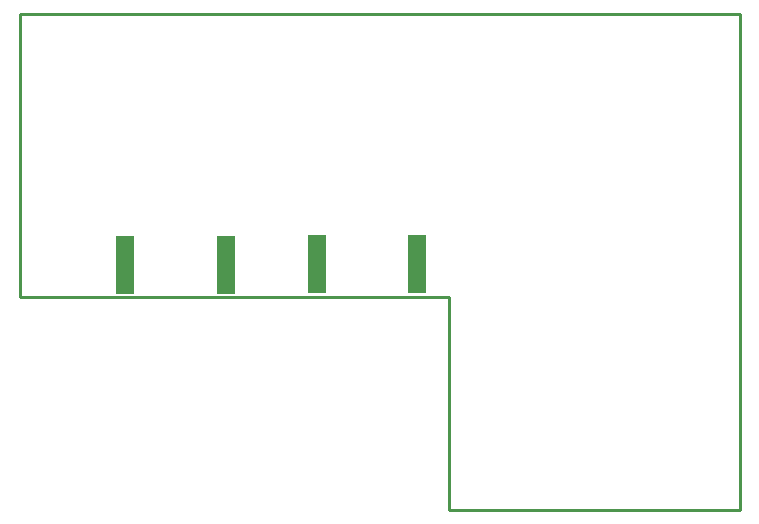
<source format=gbp>
G04*
G04 #@! TF.GenerationSoftware,Altium Limited,Altium Designer,20.2.5 (213)*
G04*
G04 Layer_Color=128*
%FSLAX42Y42*%
%MOMM*%
G71*
G04*
G04 #@! TF.SameCoordinates,FD00795A-EEFA-4773-A186-A79775DAC492*
G04*
G04*
G04 #@! TF.FilePolarity,Positive*
G04*
G01*
G75*
%ADD12C,0.25*%
%ADD15R,1.60X4.90*%
D12*
X7640Y5300D02*
X10100D01*
X7640D02*
Y7100D01*
X4000D02*
X7640D01*
X4000D02*
Y9500D01*
X10100D01*
Y5300D02*
Y9500D01*
D15*
X4895Y7378D02*
D03*
X5745D02*
D03*
X6515Y7382D02*
D03*
X7365D02*
D03*
M02*

</source>
